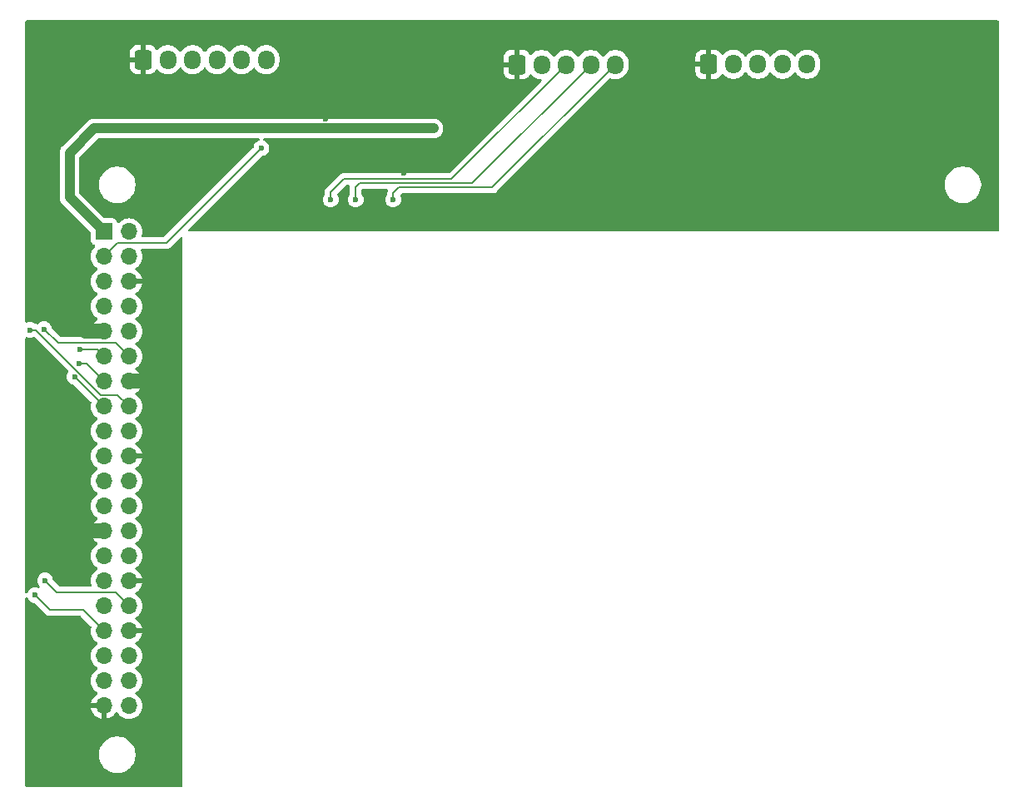
<source format=gbl>
%TF.GenerationSoftware,KiCad,Pcbnew,8.0.1*%
%TF.CreationDate,2024-06-27T20:22:44+09:00*%
%TF.ProjectId,GPIO_board,4750494f-5f62-46f6-9172-642e6b696361,rev?*%
%TF.SameCoordinates,Original*%
%TF.FileFunction,Copper,L2,Bot*%
%TF.FilePolarity,Positive*%
%FSLAX46Y46*%
G04 Gerber Fmt 4.6, Leading zero omitted, Abs format (unit mm)*
G04 Created by KiCad (PCBNEW 8.0.1) date 2024-06-27 20:22:44*
%MOMM*%
%LPD*%
G01*
G04 APERTURE LIST*
G04 Aperture macros list*
%AMRoundRect*
0 Rectangle with rounded corners*
0 $1 Rounding radius*
0 $2 $3 $4 $5 $6 $7 $8 $9 X,Y pos of 4 corners*
0 Add a 4 corners polygon primitive as box body*
4,1,4,$2,$3,$4,$5,$6,$7,$8,$9,$2,$3,0*
0 Add four circle primitives for the rounded corners*
1,1,$1+$1,$2,$3*
1,1,$1+$1,$4,$5*
1,1,$1+$1,$6,$7*
1,1,$1+$1,$8,$9*
0 Add four rect primitives between the rounded corners*
20,1,$1+$1,$2,$3,$4,$5,0*
20,1,$1+$1,$4,$5,$6,$7,0*
20,1,$1+$1,$6,$7,$8,$9,0*
20,1,$1+$1,$8,$9,$2,$3,0*%
G04 Aperture macros list end*
%TA.AperFunction,ComponentPad*%
%ADD10RoundRect,0.250000X-0.600000X-0.725000X0.600000X-0.725000X0.600000X0.725000X-0.600000X0.725000X0*%
%TD*%
%TA.AperFunction,ComponentPad*%
%ADD11O,1.700000X1.950000*%
%TD*%
%TA.AperFunction,ComponentPad*%
%ADD12R,1.700000X1.700000*%
%TD*%
%TA.AperFunction,ComponentPad*%
%ADD13O,1.700000X1.700000*%
%TD*%
%TA.AperFunction,ViaPad*%
%ADD14C,0.600000*%
%TD*%
%TA.AperFunction,Conductor*%
%ADD15C,1.500000*%
%TD*%
%TA.AperFunction,Conductor*%
%ADD16C,0.200000*%
%TD*%
%TA.AperFunction,Conductor*%
%ADD17C,1.000000*%
%TD*%
G04 APERTURE END LIST*
D10*
%TO.P,J1,1,Pin_1*%
%TO.N,GND*%
X120000000Y-54975000D03*
D11*
%TO.P,J1,2,Pin_2*%
%TO.N,+5V*%
X122500000Y-54975000D03*
%TO.P,J1,3,Pin_3*%
%TO.N,Net-(IC1-AIN)*%
X125000000Y-54975000D03*
%TO.P,J1,4,Pin_4*%
%TO.N,Net-(IC1-BIN)*%
X127500000Y-54975000D03*
%TO.P,J1,5,Pin_5*%
%TO.N,Net-(IC1-CIN)*%
X130000000Y-54975000D03*
%TD*%
D10*
%TO.P,J3,1,Pin_1*%
%TO.N,GND*%
X62500000Y-54500000D03*
D11*
%TO.P,J3,2,Pin_2*%
%TO.N,DIR_RIGHT*%
X65000000Y-54500000D03*
%TO.P,J3,3,Pin_3*%
%TO.N,PWM_RIGHT*%
X67500000Y-54500000D03*
%TO.P,J3,4,Pin_4*%
%TO.N,DIR_LEFT*%
X70000000Y-54500000D03*
%TO.P,J3,5,Pin_5*%
%TO.N,PWM_LEFT*%
X72500000Y-54500000D03*
%TO.P,J3,6,Pin_6*%
%TO.N,+3.3V*%
X75000000Y-54500000D03*
%TD*%
D12*
%TO.P,J4,1,Pin_1*%
%TO.N,+3.3V*%
X58500000Y-72000000D03*
D13*
%TO.P,J4,2,Pin_2*%
%TO.N,+5V*%
X61040000Y-72000000D03*
%TO.P,J4,3,Pin_3*%
%TO.N,STATE_LED*%
X58500000Y-74540000D03*
%TO.P,J4,4,Pin_4*%
%TO.N,+5V*%
X61040000Y-74540000D03*
%TO.P,J4,5,Pin_5*%
%TO.N,unconnected-(J4-Pin_5-Pad5)*%
X58500000Y-77080000D03*
%TO.P,J4,6,Pin_6*%
%TO.N,GND*%
X61040000Y-77080000D03*
%TO.P,J4,7,Pin_7*%
%TO.N,unconnected-(J4-Pin_7-Pad7)*%
X58500000Y-79620000D03*
%TO.P,J4,8,Pin_8*%
%TO.N,unconnected-(J4-Pin_8-Pad8)*%
X61040000Y-79620000D03*
%TO.P,J4,9,Pin_9*%
%TO.N,GND*%
X58500000Y-82160000D03*
%TO.P,J4,10,Pin_10*%
%TO.N,unconnected-(J4-Pin_10-Pad10)*%
X61040000Y-82160000D03*
%TO.P,J4,11,Pin_11*%
%TO.N,enc_R_A*%
X58500000Y-84700000D03*
%TO.P,J4,12,Pin_12*%
%TO.N,DIR_LEFT*%
X61040000Y-84700000D03*
%TO.P,J4,13,Pin_13*%
%TO.N,enc_R_B*%
X58500000Y-87240000D03*
%TO.P,J4,14,Pin_14*%
%TO.N,GND*%
X61040000Y-87240000D03*
%TO.P,J4,15,Pin_15*%
%TO.N,enc_R_Z*%
X58500000Y-89780000D03*
%TO.P,J4,16,Pin_16*%
%TO.N,DIR_RIGHT*%
X61040000Y-89780000D03*
%TO.P,J4,17,Pin_17*%
%TO.N,+3.3V*%
X58500000Y-92320000D03*
%TO.P,J4,18,Pin_18*%
%TO.N,unconnected-(J4-Pin_18-Pad18)*%
X61040000Y-92320000D03*
%TO.P,J4,19,Pin_19*%
%TO.N,unconnected-(J4-Pin_19-Pad19)*%
X58500000Y-94860000D03*
%TO.P,J4,20,Pin_20*%
%TO.N,GND*%
X61040000Y-94860000D03*
%TO.P,J4,21,Pin_21*%
%TO.N,unconnected-(J4-Pin_21-Pad21)*%
X58500000Y-97400000D03*
%TO.P,J4,22,Pin_22*%
%TO.N,unconnected-(J4-Pin_22-Pad22)*%
X61040000Y-97400000D03*
%TO.P,J4,23,Pin_23*%
%TO.N,unconnected-(J4-Pin_23-Pad23)*%
X58500000Y-99940000D03*
%TO.P,J4,24,Pin_24*%
%TO.N,unconnected-(J4-Pin_24-Pad24)*%
X61040000Y-99940000D03*
%TO.P,J4,25,Pin_25*%
%TO.N,GND*%
X58500000Y-102480000D03*
%TO.P,J4,26,Pin_26*%
%TO.N,unconnected-(J4-Pin_26-Pad26)*%
X61040000Y-102480000D03*
%TO.P,J4,27,Pin_27*%
%TO.N,unconnected-(J4-Pin_27-Pad27)*%
X58500000Y-105020000D03*
%TO.P,J4,28,Pin_28*%
%TO.N,unconnected-(J4-Pin_28-Pad28)*%
X61040000Y-105020000D03*
%TO.P,J4,29,Pin_29*%
%TO.N,unconnected-(J4-Pin_29-Pad29)*%
X58500000Y-107560000D03*
%TO.P,J4,30,Pin_30*%
%TO.N,GND*%
X61040000Y-107560000D03*
%TO.P,J4,31,Pin_31*%
%TO.N,unconnected-(J4-Pin_31-Pad31)*%
X58500000Y-110100000D03*
%TO.P,J4,32,Pin_32*%
%TO.N,PWM_LEFT*%
X61040000Y-110100000D03*
%TO.P,J4,33,Pin_33*%
%TO.N,PWM_RIGHT*%
X58500000Y-112640000D03*
%TO.P,J4,34,Pin_34*%
%TO.N,GND*%
X61040000Y-112640000D03*
%TO.P,J4,35,Pin_35*%
%TO.N,unconnected-(J4-Pin_35-Pad35)*%
X58500000Y-115180000D03*
%TO.P,J4,36,Pin_36*%
%TO.N,enc_L_A*%
X61040000Y-115180000D03*
%TO.P,J4,37,Pin_37*%
%TO.N,unconnected-(J4-Pin_37-Pad37)*%
X58500000Y-117720000D03*
%TO.P,J4,38,Pin_38*%
%TO.N,enc_L_B*%
X61040000Y-117720000D03*
%TO.P,J4,39,Pin_39*%
%TO.N,GND*%
X58500000Y-120260000D03*
%TO.P,J4,40,Pin_40*%
%TO.N,enc_L_Z*%
X61040000Y-120260000D03*
%TD*%
D10*
%TO.P,J2,1,Pin_1*%
%TO.N,GND*%
X100500000Y-55000000D03*
D11*
%TO.P,J2,2,Pin_2*%
%TO.N,+5V*%
X103000000Y-55000000D03*
%TO.P,J2,3,Pin_3*%
%TO.N,Net-(IC1-DIN)*%
X105500000Y-55000000D03*
%TO.P,J2,4,Pin_4*%
%TO.N,Net-(IC1-EIN)*%
X108000000Y-55000000D03*
%TO.P,J2,5,Pin_5*%
%TO.N,Net-(IC1-FIN)*%
X110500000Y-55000000D03*
%TD*%
D14*
%TO.N,GND*%
X55500000Y-89000000D03*
X56500000Y-107000000D03*
X56000000Y-95000000D03*
%TO.N,enc_R_A*%
X56025000Y-83975000D03*
%TO.N,enc_R_B*%
X55950000Y-85468856D03*
%TO.N,enc_R_Z*%
X55500000Y-86780000D03*
%TO.N,STATE_LED*%
X74500000Y-63500000D03*
%TO.N,Net-(IC1-FIN)*%
X87905000Y-68725000D03*
%TO.N,Net-(IC1-EIN)*%
X84095000Y-68725000D03*
%TO.N,Net-(IC1-DIN)*%
X81555000Y-68725000D03*
%TO.N,DIR_RIGHT*%
X51000000Y-82000000D03*
%TO.N,DIR_LEFT*%
X52400000Y-81919101D03*
%TO.N,PWM_LEFT*%
X52500000Y-107500000D03*
%TO.N,PWM_RIGHT*%
X51500000Y-109000000D03*
%TO.N,GND*%
X52000000Y-57500000D03*
X97000000Y-61000000D03*
X109000000Y-65500000D03*
X92500000Y-57000000D03*
X94500000Y-71000000D03*
X64500000Y-84000000D03*
X116500000Y-63000000D03*
X129500000Y-68000000D03*
X56000000Y-120500000D03*
X79000000Y-56000000D03*
X125500000Y-62500000D03*
X87500000Y-53500000D03*
X121000000Y-71500000D03*
X148000000Y-52000000D03*
X86500000Y-70000000D03*
X65000000Y-111500000D03*
X64500000Y-80500000D03*
X53500000Y-128000000D03*
X122500000Y-66000000D03*
X64000000Y-95000000D03*
X65500000Y-52000000D03*
X133000000Y-60500000D03*
X64500000Y-68500000D03*
X136000000Y-52000000D03*
X71500000Y-59500000D03*
X52500000Y-52000000D03*
X115500000Y-56000000D03*
X71500000Y-63000000D03*
X137000000Y-66000000D03*
X118000000Y-60500000D03*
X89500000Y-56500000D03*
X81000000Y-60500000D03*
X140500000Y-60500000D03*
X148000000Y-56500000D03*
X99000000Y-57000000D03*
X53500000Y-118500000D03*
X89000000Y-66000000D03*
X107500000Y-61000000D03*
X77500000Y-69500000D03*
X65000000Y-63500000D03*
%TO.N,+3.3V*%
X92000000Y-61500000D03*
X75000000Y-61500000D03*
%TD*%
D15*
%TO.N,GND*%
X62260000Y-87240000D02*
X62500000Y-87000000D01*
X61040000Y-87240000D02*
X62260000Y-87240000D01*
D16*
%TO.N,enc_R_Z*%
X58500000Y-89780000D02*
X55500000Y-86780000D01*
%TO.N,DIR_RIGHT*%
X51568529Y-82000000D02*
X51000000Y-82000000D01*
X59890000Y-88630000D02*
X58198529Y-88630000D01*
X61040000Y-89780000D02*
X59890000Y-88630000D01*
X58198529Y-88630000D02*
X51568529Y-82000000D01*
%TO.N,enc_R_B*%
X56728856Y-85468856D02*
X55950000Y-85468856D01*
X58500000Y-87240000D02*
X56728856Y-85468856D01*
D15*
%TO.N,GND*%
X56520000Y-102480000D02*
X56500000Y-102500000D01*
X58500000Y-102480000D02*
X56520000Y-102480000D01*
D16*
%TO.N,STATE_LED*%
X59890000Y-73150000D02*
X64850000Y-73150000D01*
X58500000Y-74540000D02*
X59890000Y-73150000D01*
X64850000Y-73150000D02*
X74500000Y-63500000D01*
%TO.N,Net-(IC1-EIN)*%
X84500000Y-67050000D02*
X95950000Y-67050000D01*
X95950000Y-67050000D02*
X108000000Y-55000000D01*
X84095000Y-68725000D02*
X84095000Y-67455000D01*
X84095000Y-67455000D02*
X84500000Y-67050000D01*
%TO.N,Net-(IC1-FIN)*%
X98000000Y-67500000D02*
X88500000Y-67500000D01*
X110500000Y-55000000D02*
X98000000Y-67500000D01*
X88500000Y-67500000D02*
X87905000Y-68095000D01*
X87905000Y-68095000D02*
X87905000Y-68725000D01*
%TO.N,Net-(IC1-DIN)*%
X81500000Y-68670000D02*
X81555000Y-68725000D01*
X81500000Y-68000000D02*
X81500000Y-68670000D01*
%TO.N,DIR_LEFT*%
X52400000Y-81919101D02*
X52419101Y-81919101D01*
X52419101Y-81919101D02*
X53810000Y-83310000D01*
D15*
%TO.N,GND*%
X58500000Y-82160000D02*
X56660000Y-82160000D01*
X56660000Y-82160000D02*
X56500000Y-82000000D01*
D17*
%TO.N,+3.3V*%
X58500000Y-72000000D02*
X55000000Y-68500000D01*
X55000000Y-64000000D02*
X57500000Y-61500000D01*
X57500000Y-61500000D02*
X92000000Y-61500000D01*
X55000000Y-68500000D02*
X55000000Y-64000000D01*
D16*
%TO.N,Net-(IC1-DIN)*%
X81500000Y-68000000D02*
X82850000Y-66650000D01*
X93850000Y-66650000D02*
X105500000Y-55000000D01*
X82850000Y-66650000D02*
X93850000Y-66650000D01*
%TO.N,enc_R_A*%
X56050000Y-84000000D02*
X57800000Y-84000000D01*
X57800000Y-84000000D02*
X58500000Y-84700000D01*
%TO.N,PWM_LEFT*%
X52500000Y-107500000D02*
X53710000Y-108710000D01*
X59650000Y-108710000D02*
X61040000Y-110100000D01*
X53710000Y-108710000D02*
X59650000Y-108710000D01*
%TO.N,PWM_RIGHT*%
X51500000Y-109000000D02*
X53000000Y-110500000D01*
X53000000Y-110500000D02*
X56360000Y-110500000D01*
X56360000Y-110500000D02*
X58500000Y-112640000D01*
%TO.N,DIR_LEFT*%
X59650000Y-83310000D02*
X61040000Y-84700000D01*
X53810000Y-83310000D02*
X59650000Y-83310000D01*
%TD*%
%TA.AperFunction,Conductor*%
%TO.N,GND*%
G36*
X66418834Y-72532914D02*
G01*
X66474767Y-72574786D01*
X66499184Y-72640250D01*
X66499500Y-72649096D01*
X66499500Y-128375500D01*
X66479815Y-128442539D01*
X66427011Y-128488294D01*
X66375500Y-128499500D01*
X50624500Y-128499500D01*
X50557461Y-128479815D01*
X50511706Y-128427011D01*
X50500500Y-128375500D01*
X50500500Y-125351288D01*
X57999500Y-125351288D01*
X58031161Y-125591785D01*
X58093947Y-125826104D01*
X58186773Y-126050205D01*
X58186776Y-126050212D01*
X58308064Y-126260289D01*
X58308066Y-126260292D01*
X58308067Y-126260293D01*
X58455733Y-126452736D01*
X58455739Y-126452743D01*
X58627256Y-126624260D01*
X58627262Y-126624265D01*
X58819711Y-126771936D01*
X59029788Y-126893224D01*
X59253900Y-126986054D01*
X59488211Y-127048838D01*
X59668586Y-127072584D01*
X59728711Y-127080500D01*
X59728712Y-127080500D01*
X59971289Y-127080500D01*
X60019388Y-127074167D01*
X60211789Y-127048838D01*
X60446100Y-126986054D01*
X60670212Y-126893224D01*
X60880289Y-126771936D01*
X61072738Y-126624265D01*
X61244265Y-126452738D01*
X61391936Y-126260289D01*
X61513224Y-126050212D01*
X61606054Y-125826100D01*
X61668838Y-125591789D01*
X61700500Y-125351288D01*
X61700500Y-125108712D01*
X61668838Y-124868211D01*
X61606054Y-124633900D01*
X61513224Y-124409788D01*
X61391936Y-124199711D01*
X61244265Y-124007262D01*
X61244260Y-124007256D01*
X61072743Y-123835739D01*
X61072736Y-123835733D01*
X60880293Y-123688067D01*
X60880292Y-123688066D01*
X60880289Y-123688064D01*
X60670212Y-123566776D01*
X60670205Y-123566773D01*
X60446104Y-123473947D01*
X60211785Y-123411161D01*
X59971289Y-123379500D01*
X59971288Y-123379500D01*
X59728712Y-123379500D01*
X59728711Y-123379500D01*
X59488214Y-123411161D01*
X59253895Y-123473947D01*
X59029794Y-123566773D01*
X59029785Y-123566777D01*
X58819706Y-123688067D01*
X58627263Y-123835733D01*
X58627256Y-123835739D01*
X58455739Y-124007256D01*
X58455733Y-124007263D01*
X58308067Y-124199706D01*
X58186777Y-124409785D01*
X58186773Y-124409794D01*
X58093947Y-124633895D01*
X58031161Y-124868214D01*
X57999500Y-125108711D01*
X57999500Y-125351288D01*
X50500500Y-125351288D01*
X50500500Y-109297114D01*
X50520185Y-109230075D01*
X50572989Y-109184320D01*
X50642147Y-109174376D01*
X50705703Y-109203401D01*
X50741542Y-109256160D01*
X50774210Y-109349521D01*
X50819858Y-109422169D01*
X50870184Y-109502262D01*
X50997738Y-109629816D01*
X51150478Y-109725789D01*
X51320745Y-109785368D01*
X51407669Y-109795161D01*
X51472080Y-109822226D01*
X51481465Y-109830700D01*
X52515139Y-110864374D01*
X52515149Y-110864385D01*
X52519479Y-110868715D01*
X52519480Y-110868716D01*
X52631284Y-110980520D01*
X52631286Y-110980521D01*
X52631290Y-110980524D01*
X52768209Y-111059573D01*
X52768216Y-111059577D01*
X52880019Y-111089534D01*
X52920942Y-111100500D01*
X52920943Y-111100500D01*
X56059903Y-111100500D01*
X56126942Y-111120185D01*
X56147584Y-111136819D01*
X57167233Y-112156468D01*
X57200718Y-112217791D01*
X57199327Y-112276241D01*
X57164939Y-112404583D01*
X57164936Y-112404596D01*
X57144341Y-112639999D01*
X57144341Y-112640000D01*
X57164936Y-112875403D01*
X57164938Y-112875413D01*
X57226094Y-113103655D01*
X57226096Y-113103659D01*
X57226097Y-113103663D01*
X57309155Y-113281781D01*
X57325965Y-113317830D01*
X57325967Y-113317834D01*
X57434281Y-113472521D01*
X57461501Y-113511396D01*
X57461506Y-113511402D01*
X57628597Y-113678493D01*
X57628603Y-113678498D01*
X57814158Y-113808425D01*
X57857783Y-113863002D01*
X57864977Y-113932500D01*
X57833454Y-113994855D01*
X57814158Y-114011575D01*
X57628597Y-114141505D01*
X57461505Y-114308597D01*
X57325965Y-114502169D01*
X57325964Y-114502171D01*
X57226098Y-114716335D01*
X57226094Y-114716344D01*
X57164938Y-114944586D01*
X57164936Y-114944596D01*
X57144341Y-115179999D01*
X57144341Y-115180000D01*
X57164936Y-115415403D01*
X57164938Y-115415413D01*
X57226094Y-115643655D01*
X57226096Y-115643659D01*
X57226097Y-115643663D01*
X57230000Y-115652032D01*
X57325965Y-115857830D01*
X57325967Y-115857834D01*
X57434281Y-116012521D01*
X57461501Y-116051396D01*
X57461506Y-116051402D01*
X57628597Y-116218493D01*
X57628603Y-116218498D01*
X57814158Y-116348425D01*
X57857783Y-116403002D01*
X57864977Y-116472500D01*
X57833454Y-116534855D01*
X57814158Y-116551575D01*
X57628597Y-116681505D01*
X57461505Y-116848597D01*
X57325965Y-117042169D01*
X57325964Y-117042171D01*
X57226098Y-117256335D01*
X57226094Y-117256344D01*
X57164938Y-117484586D01*
X57164936Y-117484596D01*
X57144341Y-117719999D01*
X57144341Y-117720000D01*
X57164936Y-117955403D01*
X57164938Y-117955413D01*
X57226094Y-118183655D01*
X57226096Y-118183659D01*
X57226097Y-118183663D01*
X57230000Y-118192032D01*
X57325965Y-118397830D01*
X57325967Y-118397834D01*
X57434281Y-118552521D01*
X57461501Y-118591396D01*
X57461506Y-118591402D01*
X57628597Y-118758493D01*
X57628603Y-118758498D01*
X57814594Y-118888730D01*
X57858219Y-118943307D01*
X57865413Y-119012805D01*
X57833890Y-119075160D01*
X57814595Y-119091880D01*
X57628922Y-119221890D01*
X57628920Y-119221891D01*
X57461891Y-119388920D01*
X57461886Y-119388926D01*
X57326400Y-119582420D01*
X57326399Y-119582422D01*
X57226570Y-119796507D01*
X57226567Y-119796513D01*
X57169364Y-120009999D01*
X57169364Y-120010000D01*
X58066988Y-120010000D01*
X58034075Y-120067007D01*
X58000000Y-120194174D01*
X58000000Y-120325826D01*
X58034075Y-120452993D01*
X58066988Y-120510000D01*
X57169364Y-120510000D01*
X57226567Y-120723486D01*
X57226570Y-120723492D01*
X57326399Y-120937578D01*
X57461894Y-121131082D01*
X57628917Y-121298105D01*
X57822421Y-121433600D01*
X58036507Y-121533429D01*
X58036516Y-121533433D01*
X58250000Y-121590634D01*
X58250000Y-120693012D01*
X58307007Y-120725925D01*
X58434174Y-120760000D01*
X58565826Y-120760000D01*
X58692993Y-120725925D01*
X58750000Y-120693012D01*
X58750000Y-121590633D01*
X58963483Y-121533433D01*
X58963492Y-121533429D01*
X59177578Y-121433600D01*
X59371082Y-121298105D01*
X59538105Y-121131082D01*
X59668119Y-120945405D01*
X59722696Y-120901781D01*
X59792195Y-120894588D01*
X59854549Y-120926110D01*
X59871269Y-120945405D01*
X60001505Y-121131401D01*
X60168599Y-121298495D01*
X60265384Y-121366265D01*
X60362165Y-121434032D01*
X60362167Y-121434033D01*
X60362170Y-121434035D01*
X60576337Y-121533903D01*
X60804592Y-121595063D01*
X60992918Y-121611539D01*
X61039999Y-121615659D01*
X61040000Y-121615659D01*
X61040001Y-121615659D01*
X61079234Y-121612226D01*
X61275408Y-121595063D01*
X61503663Y-121533903D01*
X61717830Y-121434035D01*
X61911401Y-121298495D01*
X62078495Y-121131401D01*
X62214035Y-120937830D01*
X62313903Y-120723663D01*
X62375063Y-120495408D01*
X62395659Y-120260000D01*
X62375063Y-120024592D01*
X62313903Y-119796337D01*
X62214035Y-119582171D01*
X62208731Y-119574595D01*
X62078494Y-119388597D01*
X61911402Y-119221506D01*
X61911396Y-119221501D01*
X61725842Y-119091575D01*
X61682217Y-119036998D01*
X61675023Y-118967500D01*
X61706546Y-118905145D01*
X61725842Y-118888425D01*
X61748026Y-118872891D01*
X61911401Y-118758495D01*
X62078495Y-118591401D01*
X62214035Y-118397830D01*
X62313903Y-118183663D01*
X62375063Y-117955408D01*
X62395659Y-117720000D01*
X62375063Y-117484592D01*
X62313903Y-117256337D01*
X62214035Y-117042171D01*
X62208425Y-117034158D01*
X62078494Y-116848597D01*
X61911402Y-116681506D01*
X61911396Y-116681501D01*
X61725842Y-116551575D01*
X61682217Y-116496998D01*
X61675023Y-116427500D01*
X61706546Y-116365145D01*
X61725842Y-116348425D01*
X61748026Y-116332891D01*
X61911401Y-116218495D01*
X62078495Y-116051401D01*
X62214035Y-115857830D01*
X62313903Y-115643663D01*
X62375063Y-115415408D01*
X62395659Y-115180000D01*
X62375063Y-114944592D01*
X62313903Y-114716337D01*
X62214035Y-114502171D01*
X62208425Y-114494158D01*
X62078494Y-114308597D01*
X61911402Y-114141506D01*
X61911401Y-114141505D01*
X61725405Y-114011269D01*
X61681781Y-113956692D01*
X61674588Y-113887193D01*
X61706110Y-113824839D01*
X61725405Y-113808119D01*
X61911082Y-113678105D01*
X62078105Y-113511082D01*
X62213600Y-113317578D01*
X62313429Y-113103492D01*
X62313432Y-113103486D01*
X62370636Y-112890000D01*
X61473012Y-112890000D01*
X61505925Y-112832993D01*
X61540000Y-112705826D01*
X61540000Y-112574174D01*
X61505925Y-112447007D01*
X61473012Y-112390000D01*
X62370636Y-112390000D01*
X62370635Y-112389999D01*
X62313432Y-112176513D01*
X62313429Y-112176507D01*
X62213600Y-111962422D01*
X62213599Y-111962420D01*
X62078113Y-111768926D01*
X62078108Y-111768920D01*
X61911078Y-111601890D01*
X61725405Y-111471879D01*
X61681780Y-111417302D01*
X61674588Y-111347804D01*
X61706110Y-111285449D01*
X61725406Y-111268730D01*
X61725842Y-111268425D01*
X61911401Y-111138495D01*
X62078495Y-110971401D01*
X62214035Y-110777830D01*
X62313903Y-110563663D01*
X62375063Y-110335408D01*
X62395659Y-110100000D01*
X62375063Y-109864592D01*
X62313903Y-109636337D01*
X62214035Y-109422171D01*
X62163166Y-109349521D01*
X62078494Y-109228597D01*
X61911402Y-109061506D01*
X61911401Y-109061505D01*
X61725405Y-108931269D01*
X61681781Y-108876692D01*
X61674588Y-108807193D01*
X61706110Y-108744839D01*
X61725405Y-108728119D01*
X61911082Y-108598105D01*
X62078105Y-108431082D01*
X62213600Y-108237578D01*
X62313429Y-108023492D01*
X62313432Y-108023486D01*
X62370636Y-107810000D01*
X61473012Y-107810000D01*
X61505925Y-107752993D01*
X61540000Y-107625826D01*
X61540000Y-107494174D01*
X61505925Y-107367007D01*
X61473012Y-107310000D01*
X62370636Y-107310000D01*
X62370635Y-107309999D01*
X62313432Y-107096513D01*
X62313429Y-107096507D01*
X62213600Y-106882422D01*
X62213599Y-106882420D01*
X62078113Y-106688926D01*
X62078108Y-106688920D01*
X61911078Y-106521890D01*
X61725405Y-106391879D01*
X61681780Y-106337302D01*
X61674588Y-106267804D01*
X61706110Y-106205449D01*
X61725406Y-106188730D01*
X61725842Y-106188425D01*
X61911401Y-106058495D01*
X62078495Y-105891401D01*
X62214035Y-105697830D01*
X62313903Y-105483663D01*
X62375063Y-105255408D01*
X62395659Y-105020000D01*
X62375063Y-104784592D01*
X62313903Y-104556337D01*
X62214035Y-104342171D01*
X62208425Y-104334158D01*
X62078494Y-104148597D01*
X61911402Y-103981506D01*
X61911396Y-103981501D01*
X61725842Y-103851575D01*
X61682217Y-103796998D01*
X61675023Y-103727500D01*
X61706546Y-103665145D01*
X61725842Y-103648425D01*
X61748026Y-103632891D01*
X61911401Y-103518495D01*
X62078495Y-103351401D01*
X62214035Y-103157830D01*
X62313903Y-102943663D01*
X62375063Y-102715408D01*
X62395659Y-102480000D01*
X62375063Y-102244592D01*
X62313903Y-102016337D01*
X62214035Y-101802171D01*
X62208731Y-101794595D01*
X62078494Y-101608597D01*
X61911402Y-101441506D01*
X61911396Y-101441501D01*
X61725842Y-101311575D01*
X61682217Y-101256998D01*
X61675023Y-101187500D01*
X61706546Y-101125145D01*
X61725842Y-101108425D01*
X61748026Y-101092891D01*
X61911401Y-100978495D01*
X62078495Y-100811401D01*
X62214035Y-100617830D01*
X62313903Y-100403663D01*
X62375063Y-100175408D01*
X62395659Y-99940000D01*
X62375063Y-99704592D01*
X62313903Y-99476337D01*
X62214035Y-99262171D01*
X62208425Y-99254158D01*
X62078494Y-99068597D01*
X61911402Y-98901506D01*
X61911396Y-98901501D01*
X61725842Y-98771575D01*
X61682217Y-98716998D01*
X61675023Y-98647500D01*
X61706546Y-98585145D01*
X61725842Y-98568425D01*
X61748026Y-98552891D01*
X61911401Y-98438495D01*
X62078495Y-98271401D01*
X62214035Y-98077830D01*
X62313903Y-97863663D01*
X62375063Y-97635408D01*
X62395659Y-97400000D01*
X62375063Y-97164592D01*
X62313903Y-96936337D01*
X62214035Y-96722171D01*
X62208425Y-96714158D01*
X62078494Y-96528597D01*
X61911402Y-96361506D01*
X61911401Y-96361505D01*
X61725405Y-96231269D01*
X61681781Y-96176692D01*
X61674588Y-96107193D01*
X61706110Y-96044839D01*
X61725405Y-96028119D01*
X61911082Y-95898105D01*
X62078105Y-95731082D01*
X62213600Y-95537578D01*
X62313429Y-95323492D01*
X62313432Y-95323486D01*
X62370636Y-95110000D01*
X61473012Y-95110000D01*
X61505925Y-95052993D01*
X61540000Y-94925826D01*
X61540000Y-94794174D01*
X61505925Y-94667007D01*
X61473012Y-94610000D01*
X62370636Y-94610000D01*
X62370635Y-94609999D01*
X62313432Y-94396513D01*
X62313429Y-94396507D01*
X62213600Y-94182422D01*
X62213599Y-94182420D01*
X62078113Y-93988926D01*
X62078108Y-93988920D01*
X61911078Y-93821890D01*
X61725405Y-93691879D01*
X61681780Y-93637302D01*
X61674588Y-93567804D01*
X61706110Y-93505449D01*
X61725406Y-93488730D01*
X61725842Y-93488425D01*
X61911401Y-93358495D01*
X62078495Y-93191401D01*
X62214035Y-92997830D01*
X62313903Y-92783663D01*
X62375063Y-92555408D01*
X62395659Y-92320000D01*
X62375063Y-92084592D01*
X62313903Y-91856337D01*
X62214035Y-91642171D01*
X62208425Y-91634158D01*
X62078494Y-91448597D01*
X61911402Y-91281506D01*
X61911396Y-91281501D01*
X61725842Y-91151575D01*
X61682217Y-91096998D01*
X61675023Y-91027500D01*
X61706546Y-90965145D01*
X61725842Y-90948425D01*
X61748026Y-90932891D01*
X61911401Y-90818495D01*
X62078495Y-90651401D01*
X62214035Y-90457830D01*
X62313903Y-90243663D01*
X62375063Y-90015408D01*
X62395659Y-89780000D01*
X62375063Y-89544592D01*
X62313903Y-89316337D01*
X62214035Y-89102171D01*
X62078495Y-88908599D01*
X62078494Y-88908597D01*
X61911402Y-88741506D01*
X61911401Y-88741505D01*
X61725405Y-88611269D01*
X61681781Y-88556692D01*
X61674588Y-88487193D01*
X61706110Y-88424839D01*
X61725405Y-88408119D01*
X61911082Y-88278105D01*
X62078105Y-88111082D01*
X62213600Y-87917578D01*
X62313429Y-87703492D01*
X62313432Y-87703486D01*
X62370636Y-87490000D01*
X61473012Y-87490000D01*
X61505925Y-87432993D01*
X61540000Y-87305826D01*
X61540000Y-87174174D01*
X61505925Y-87047007D01*
X61473012Y-86990000D01*
X62370636Y-86990000D01*
X62370635Y-86989999D01*
X62313432Y-86776513D01*
X62313429Y-86776507D01*
X62213600Y-86562422D01*
X62213599Y-86562420D01*
X62078113Y-86368926D01*
X62078108Y-86368920D01*
X61911078Y-86201890D01*
X61725405Y-86071879D01*
X61681780Y-86017302D01*
X61674588Y-85947804D01*
X61706110Y-85885449D01*
X61725406Y-85868730D01*
X61725842Y-85868425D01*
X61911401Y-85738495D01*
X62078495Y-85571401D01*
X62214035Y-85377830D01*
X62313903Y-85163663D01*
X62375063Y-84935408D01*
X62395659Y-84700000D01*
X62375063Y-84464592D01*
X62313903Y-84236337D01*
X62214035Y-84022171D01*
X62212947Y-84020616D01*
X62078494Y-83828597D01*
X61911402Y-83661506D01*
X61911396Y-83661501D01*
X61725842Y-83531575D01*
X61682217Y-83476998D01*
X61675023Y-83407500D01*
X61706546Y-83345145D01*
X61725842Y-83328425D01*
X61748026Y-83312891D01*
X61911401Y-83198495D01*
X62078495Y-83031401D01*
X62214035Y-82837830D01*
X62313903Y-82623663D01*
X62375063Y-82395408D01*
X62395659Y-82160000D01*
X62375063Y-81924592D01*
X62313903Y-81696337D01*
X62214035Y-81482171D01*
X62208731Y-81474595D01*
X62078494Y-81288597D01*
X61911402Y-81121506D01*
X61911396Y-81121501D01*
X61725842Y-80991575D01*
X61682217Y-80936998D01*
X61675023Y-80867500D01*
X61706546Y-80805145D01*
X61725842Y-80788425D01*
X61748026Y-80772891D01*
X61911401Y-80658495D01*
X62078495Y-80491401D01*
X62214035Y-80297830D01*
X62313903Y-80083663D01*
X62375063Y-79855408D01*
X62395659Y-79620000D01*
X62375063Y-79384592D01*
X62313903Y-79156337D01*
X62214035Y-78942171D01*
X62208425Y-78934158D01*
X62078494Y-78748597D01*
X61911402Y-78581506D01*
X61911401Y-78581505D01*
X61725405Y-78451269D01*
X61681781Y-78396692D01*
X61674588Y-78327193D01*
X61706110Y-78264839D01*
X61725405Y-78248119D01*
X61911082Y-78118105D01*
X62078105Y-77951082D01*
X62213600Y-77757578D01*
X62313429Y-77543492D01*
X62313432Y-77543486D01*
X62370636Y-77330000D01*
X61473012Y-77330000D01*
X61505925Y-77272993D01*
X61540000Y-77145826D01*
X61540000Y-77014174D01*
X61505925Y-76887007D01*
X61473012Y-76830000D01*
X62370636Y-76830000D01*
X62370635Y-76829999D01*
X62313432Y-76616513D01*
X62313429Y-76616507D01*
X62213600Y-76402422D01*
X62213599Y-76402420D01*
X62078113Y-76208926D01*
X62078108Y-76208920D01*
X61911078Y-76041890D01*
X61725405Y-75911879D01*
X61681780Y-75857302D01*
X61674588Y-75787804D01*
X61706110Y-75725449D01*
X61725406Y-75708730D01*
X61725842Y-75708425D01*
X61911401Y-75578495D01*
X62078495Y-75411401D01*
X62214035Y-75217830D01*
X62313903Y-75003663D01*
X62375063Y-74775408D01*
X62395659Y-74540000D01*
X62375063Y-74304592D01*
X62313903Y-74076337D01*
X62244220Y-73926904D01*
X62233729Y-73857828D01*
X62262249Y-73794044D01*
X62320725Y-73755804D01*
X62356603Y-73750500D01*
X64763331Y-73750500D01*
X64763347Y-73750501D01*
X64770943Y-73750501D01*
X64929054Y-73750501D01*
X64929057Y-73750501D01*
X65081785Y-73709577D01*
X65131904Y-73680639D01*
X65218716Y-73630520D01*
X65330520Y-73518716D01*
X65330520Y-73518714D01*
X65340728Y-73508507D01*
X65340730Y-73508504D01*
X66287819Y-72561415D01*
X66349142Y-72527930D01*
X66418834Y-72532914D01*
G37*
%TD.AperFunction*%
%TA.AperFunction,Conductor*%
G36*
X51475406Y-82756112D02*
G01*
X54849208Y-86129914D01*
X54882693Y-86191237D01*
X54877709Y-86260929D01*
X54866521Y-86283567D01*
X54774211Y-86430476D01*
X54714631Y-86600745D01*
X54714630Y-86600750D01*
X54694435Y-86779996D01*
X54694435Y-86780003D01*
X54714630Y-86959249D01*
X54714631Y-86959254D01*
X54774211Y-87129523D01*
X54843629Y-87240000D01*
X54870184Y-87282262D01*
X54997738Y-87409816D01*
X55150478Y-87505789D01*
X55320745Y-87565368D01*
X55407669Y-87575161D01*
X55472080Y-87602226D01*
X55481465Y-87610700D01*
X57167233Y-89296469D01*
X57200718Y-89357792D01*
X57199327Y-89416243D01*
X57164938Y-89544586D01*
X57164936Y-89544596D01*
X57144341Y-89779999D01*
X57144341Y-89780000D01*
X57164936Y-90015403D01*
X57164938Y-90015413D01*
X57226094Y-90243655D01*
X57226096Y-90243659D01*
X57226097Y-90243663D01*
X57230000Y-90252032D01*
X57325965Y-90457830D01*
X57325967Y-90457834D01*
X57434281Y-90612521D01*
X57461501Y-90651396D01*
X57461506Y-90651402D01*
X57628597Y-90818493D01*
X57628603Y-90818498D01*
X57814158Y-90948425D01*
X57857783Y-91003002D01*
X57864977Y-91072500D01*
X57833454Y-91134855D01*
X57814158Y-91151575D01*
X57628597Y-91281505D01*
X57461505Y-91448597D01*
X57325965Y-91642169D01*
X57325964Y-91642171D01*
X57226098Y-91856335D01*
X57226094Y-91856344D01*
X57164938Y-92084586D01*
X57164936Y-92084596D01*
X57144341Y-92319999D01*
X57144341Y-92320000D01*
X57164936Y-92555403D01*
X57164938Y-92555413D01*
X57226094Y-92783655D01*
X57226096Y-92783659D01*
X57226097Y-92783663D01*
X57230000Y-92792032D01*
X57325965Y-92997830D01*
X57325967Y-92997834D01*
X57434281Y-93152521D01*
X57461501Y-93191396D01*
X57461506Y-93191402D01*
X57628597Y-93358493D01*
X57628603Y-93358498D01*
X57814158Y-93488425D01*
X57857783Y-93543002D01*
X57864977Y-93612500D01*
X57833454Y-93674855D01*
X57814158Y-93691575D01*
X57628597Y-93821505D01*
X57461505Y-93988597D01*
X57325965Y-94182169D01*
X57325964Y-94182171D01*
X57226098Y-94396335D01*
X57226094Y-94396344D01*
X57164938Y-94624586D01*
X57164936Y-94624596D01*
X57144341Y-94859999D01*
X57144341Y-94860000D01*
X57164936Y-95095403D01*
X57164938Y-95095413D01*
X57226094Y-95323655D01*
X57226096Y-95323659D01*
X57226097Y-95323663D01*
X57309155Y-95501781D01*
X57325965Y-95537830D01*
X57325967Y-95537834D01*
X57434281Y-95692521D01*
X57461501Y-95731396D01*
X57461506Y-95731402D01*
X57628597Y-95898493D01*
X57628603Y-95898498D01*
X57814158Y-96028425D01*
X57857783Y-96083002D01*
X57864977Y-96152500D01*
X57833454Y-96214855D01*
X57814158Y-96231575D01*
X57628597Y-96361505D01*
X57461505Y-96528597D01*
X57325965Y-96722169D01*
X57325964Y-96722171D01*
X57226098Y-96936335D01*
X57226094Y-96936344D01*
X57164938Y-97164586D01*
X57164936Y-97164596D01*
X57144341Y-97399999D01*
X57144341Y-97400000D01*
X57164936Y-97635403D01*
X57164938Y-97635413D01*
X57226094Y-97863655D01*
X57226096Y-97863659D01*
X57226097Y-97863663D01*
X57230000Y-97872032D01*
X57325965Y-98077830D01*
X57325967Y-98077834D01*
X57434281Y-98232521D01*
X57461501Y-98271396D01*
X57461506Y-98271402D01*
X57628597Y-98438493D01*
X57628603Y-98438498D01*
X57814158Y-98568425D01*
X57857783Y-98623002D01*
X57864977Y-98692500D01*
X57833454Y-98754855D01*
X57814158Y-98771575D01*
X57628597Y-98901505D01*
X57461505Y-99068597D01*
X57325965Y-99262169D01*
X57325964Y-99262171D01*
X57226098Y-99476335D01*
X57226094Y-99476344D01*
X57164938Y-99704586D01*
X57164936Y-99704596D01*
X57144341Y-99939999D01*
X57144341Y-99940000D01*
X57164936Y-100175403D01*
X57164938Y-100175413D01*
X57226094Y-100403655D01*
X57226096Y-100403659D01*
X57226097Y-100403663D01*
X57230000Y-100412032D01*
X57325965Y-100617830D01*
X57325967Y-100617834D01*
X57434281Y-100772521D01*
X57461501Y-100811396D01*
X57461506Y-100811402D01*
X57628597Y-100978493D01*
X57628603Y-100978498D01*
X57814594Y-101108730D01*
X57858219Y-101163307D01*
X57865413Y-101232805D01*
X57833890Y-101295160D01*
X57814595Y-101311880D01*
X57628922Y-101441890D01*
X57628920Y-101441891D01*
X57461891Y-101608920D01*
X57461886Y-101608926D01*
X57326400Y-101802420D01*
X57326399Y-101802422D01*
X57226570Y-102016507D01*
X57226567Y-102016513D01*
X57169364Y-102229999D01*
X57169364Y-102230000D01*
X58066988Y-102230000D01*
X58034075Y-102287007D01*
X58000000Y-102414174D01*
X58000000Y-102545826D01*
X58034075Y-102672993D01*
X58066988Y-102730000D01*
X57169364Y-102730000D01*
X57226567Y-102943486D01*
X57226570Y-102943492D01*
X57326399Y-103157578D01*
X57461894Y-103351082D01*
X57628917Y-103518105D01*
X57814595Y-103648119D01*
X57858219Y-103702696D01*
X57865412Y-103772195D01*
X57833890Y-103834549D01*
X57814595Y-103851269D01*
X57628594Y-103981508D01*
X57461505Y-104148597D01*
X57325965Y-104342169D01*
X57325964Y-104342171D01*
X57226098Y-104556335D01*
X57226094Y-104556344D01*
X57164938Y-104784586D01*
X57164936Y-104784596D01*
X57144341Y-105019999D01*
X57144341Y-105020000D01*
X57164936Y-105255403D01*
X57164938Y-105255413D01*
X57226094Y-105483655D01*
X57226096Y-105483659D01*
X57226097Y-105483663D01*
X57230000Y-105492032D01*
X57325965Y-105697830D01*
X57325967Y-105697834D01*
X57434281Y-105852521D01*
X57461501Y-105891396D01*
X57461506Y-105891402D01*
X57628597Y-106058493D01*
X57628603Y-106058498D01*
X57814158Y-106188425D01*
X57857783Y-106243002D01*
X57864977Y-106312500D01*
X57833454Y-106374855D01*
X57814158Y-106391575D01*
X57628597Y-106521505D01*
X57461505Y-106688597D01*
X57325965Y-106882169D01*
X57325964Y-106882171D01*
X57226098Y-107096335D01*
X57226094Y-107096344D01*
X57164938Y-107324586D01*
X57164936Y-107324596D01*
X57144341Y-107559999D01*
X57144341Y-107560000D01*
X57164936Y-107795403D01*
X57164938Y-107795413D01*
X57207272Y-107953407D01*
X57205609Y-108023257D01*
X57166446Y-108081119D01*
X57102218Y-108108623D01*
X57087497Y-108109500D01*
X54010097Y-108109500D01*
X53943058Y-108089815D01*
X53922416Y-108073181D01*
X53330700Y-107481465D01*
X53297215Y-107420142D01*
X53295163Y-107407686D01*
X53285368Y-107320745D01*
X53225789Y-107150478D01*
X53129816Y-106997738D01*
X53002262Y-106870184D01*
X52849523Y-106774211D01*
X52679254Y-106714631D01*
X52679249Y-106714630D01*
X52500004Y-106694435D01*
X52499996Y-106694435D01*
X52320750Y-106714630D01*
X52320745Y-106714631D01*
X52150476Y-106774211D01*
X51997737Y-106870184D01*
X51870184Y-106997737D01*
X51774211Y-107150476D01*
X51714631Y-107320745D01*
X51714630Y-107320750D01*
X51694435Y-107499996D01*
X51694435Y-107500003D01*
X51714630Y-107679249D01*
X51714631Y-107679254D01*
X51774211Y-107849523D01*
X51870184Y-108002262D01*
X51915476Y-108047554D01*
X51948961Y-108108877D01*
X51943977Y-108178569D01*
X51902105Y-108234502D01*
X51836641Y-108258919D01*
X51786841Y-108252277D01*
X51679257Y-108214632D01*
X51679249Y-108214630D01*
X51500004Y-108194435D01*
X51499996Y-108194435D01*
X51320750Y-108214630D01*
X51320745Y-108214631D01*
X51150476Y-108274211D01*
X50997737Y-108370184D01*
X50870184Y-108497737D01*
X50774209Y-108650480D01*
X50741541Y-108743840D01*
X50700820Y-108800616D01*
X50635867Y-108826363D01*
X50567305Y-108812907D01*
X50516903Y-108764519D01*
X50500500Y-108702885D01*
X50500500Y-82848071D01*
X50520185Y-82781032D01*
X50572989Y-82735277D01*
X50642147Y-82725333D01*
X50665455Y-82731030D01*
X50820737Y-82785366D01*
X50820743Y-82785367D01*
X50820745Y-82785368D01*
X50820746Y-82785368D01*
X50820750Y-82785369D01*
X50999996Y-82805565D01*
X51000000Y-82805565D01*
X51000004Y-82805565D01*
X51179249Y-82785369D01*
X51179251Y-82785368D01*
X51179255Y-82785368D01*
X51179258Y-82785366D01*
X51179262Y-82785366D01*
X51346770Y-82726752D01*
X51416549Y-82723190D01*
X51475406Y-82756112D01*
G37*
%TD.AperFunction*%
%TA.AperFunction,Conductor*%
G36*
X149442539Y-50520185D02*
G01*
X149488294Y-50572989D01*
X149499500Y-50624500D01*
X149499500Y-71875500D01*
X149479815Y-71942539D01*
X149427011Y-71988294D01*
X149375500Y-71999500D01*
X67149096Y-71999500D01*
X67082057Y-71979815D01*
X67036302Y-71927011D01*
X67026358Y-71857853D01*
X67055383Y-71794297D01*
X67061415Y-71787819D01*
X70124234Y-68725000D01*
X80749435Y-68725000D01*
X80769630Y-68904249D01*
X80769631Y-68904254D01*
X80829211Y-69074523D01*
X80868960Y-69137782D01*
X80925184Y-69227262D01*
X81052738Y-69354816D01*
X81205478Y-69450789D01*
X81375745Y-69510368D01*
X81375750Y-69510369D01*
X81554996Y-69530565D01*
X81555000Y-69530565D01*
X81555004Y-69530565D01*
X81734249Y-69510369D01*
X81734252Y-69510368D01*
X81734255Y-69510368D01*
X81904522Y-69450789D01*
X82057262Y-69354816D01*
X82184816Y-69227262D01*
X82280789Y-69074522D01*
X82340368Y-68904255D01*
X82360565Y-68725000D01*
X82349215Y-68624266D01*
X82340369Y-68545750D01*
X82340368Y-68545745D01*
X82280788Y-68375476D01*
X82214922Y-68270651D01*
X82195922Y-68203414D01*
X82216290Y-68136579D01*
X82232230Y-68117003D01*
X83062416Y-67286819D01*
X83123739Y-67253334D01*
X83150097Y-67250500D01*
X83370499Y-67250500D01*
X83437538Y-67270185D01*
X83483293Y-67322989D01*
X83494499Y-67374500D01*
X83494499Y-67544046D01*
X83494500Y-67544059D01*
X83494500Y-68142587D01*
X83474815Y-68209626D01*
X83467450Y-68219896D01*
X83465186Y-68222734D01*
X83369211Y-68375476D01*
X83309631Y-68545745D01*
X83309630Y-68545750D01*
X83289435Y-68724996D01*
X83289435Y-68725000D01*
X83309630Y-68904249D01*
X83309631Y-68904254D01*
X83369211Y-69074523D01*
X83408960Y-69137782D01*
X83465184Y-69227262D01*
X83592738Y-69354816D01*
X83745478Y-69450789D01*
X83915745Y-69510368D01*
X83915750Y-69510369D01*
X84094996Y-69530565D01*
X84095000Y-69530565D01*
X84095004Y-69530565D01*
X84274249Y-69510369D01*
X84274252Y-69510368D01*
X84274255Y-69510368D01*
X84444522Y-69450789D01*
X84597262Y-69354816D01*
X84724816Y-69227262D01*
X84820789Y-69074522D01*
X84880368Y-68904255D01*
X84900565Y-68725000D01*
X84889215Y-68624266D01*
X84880369Y-68545750D01*
X84880368Y-68545745D01*
X84820788Y-68375476D01*
X84769505Y-68293860D01*
X84724816Y-68222738D01*
X84724814Y-68222736D01*
X84724813Y-68222734D01*
X84722550Y-68219896D01*
X84721659Y-68217715D01*
X84721111Y-68216842D01*
X84721264Y-68216745D01*
X84696144Y-68155209D01*
X84695500Y-68142587D01*
X84695500Y-67774500D01*
X84715185Y-67707461D01*
X84767989Y-67661706D01*
X84819500Y-67650500D01*
X87253460Y-67650500D01*
X87320499Y-67670185D01*
X87366254Y-67722989D01*
X87376198Y-67792147D01*
X87360846Y-67836502D01*
X87345424Y-67863212D01*
X87345423Y-67863214D01*
X87345423Y-67863215D01*
X87304499Y-68015943D01*
X87304499Y-68015945D01*
X87304499Y-68142589D01*
X87284814Y-68209628D01*
X87277445Y-68219903D01*
X87275184Y-68222737D01*
X87179211Y-68375476D01*
X87119631Y-68545745D01*
X87119630Y-68545750D01*
X87099435Y-68724996D01*
X87099435Y-68725000D01*
X87119630Y-68904249D01*
X87119631Y-68904254D01*
X87179211Y-69074523D01*
X87218960Y-69137782D01*
X87275184Y-69227262D01*
X87402738Y-69354816D01*
X87555478Y-69450789D01*
X87725745Y-69510368D01*
X87725750Y-69510369D01*
X87904996Y-69530565D01*
X87905000Y-69530565D01*
X87905004Y-69530565D01*
X88084249Y-69510369D01*
X88084252Y-69510368D01*
X88084255Y-69510368D01*
X88254522Y-69450789D01*
X88407262Y-69354816D01*
X88534816Y-69227262D01*
X88630789Y-69074522D01*
X88690368Y-68904255D01*
X88710565Y-68725000D01*
X88699215Y-68624266D01*
X88690369Y-68545750D01*
X88690368Y-68545745D01*
X88630788Y-68375475D01*
X88622805Y-68362771D01*
X88603804Y-68295535D01*
X88624171Y-68228699D01*
X88640110Y-68209123D01*
X88712417Y-68136817D01*
X88773740Y-68103334D01*
X88800097Y-68100500D01*
X97913331Y-68100500D01*
X97913347Y-68100501D01*
X97920943Y-68100501D01*
X98079054Y-68100501D01*
X98079057Y-68100501D01*
X98231785Y-68059577D01*
X98281904Y-68030639D01*
X98368716Y-67980520D01*
X98480520Y-67868716D01*
X98480520Y-67868714D01*
X98490728Y-67858507D01*
X98490729Y-67858504D01*
X98997945Y-67351288D01*
X143999500Y-67351288D01*
X144031161Y-67591785D01*
X144093947Y-67826104D01*
X144178670Y-68030642D01*
X144186776Y-68050212D01*
X144308064Y-68260289D01*
X144308066Y-68260292D01*
X144308067Y-68260293D01*
X144455733Y-68452736D01*
X144455739Y-68452743D01*
X144627256Y-68624260D01*
X144627262Y-68624265D01*
X144819711Y-68771936D01*
X145029788Y-68893224D01*
X145253900Y-68986054D01*
X145488211Y-69048838D01*
X145668586Y-69072584D01*
X145728711Y-69080500D01*
X145728712Y-69080500D01*
X145971289Y-69080500D01*
X146019388Y-69074167D01*
X146211789Y-69048838D01*
X146446100Y-68986054D01*
X146670212Y-68893224D01*
X146880289Y-68771936D01*
X147072738Y-68624265D01*
X147244265Y-68452738D01*
X147391936Y-68260289D01*
X147513224Y-68050212D01*
X147606054Y-67826100D01*
X147668838Y-67591789D01*
X147700500Y-67351288D01*
X147700500Y-67108712D01*
X147668838Y-66868211D01*
X147606054Y-66633900D01*
X147513224Y-66409788D01*
X147391936Y-66199711D01*
X147244265Y-66007262D01*
X147244260Y-66007256D01*
X147072743Y-65835739D01*
X147072736Y-65835733D01*
X146880293Y-65688067D01*
X146880292Y-65688066D01*
X146880289Y-65688064D01*
X146670212Y-65566776D01*
X146670205Y-65566773D01*
X146446104Y-65473947D01*
X146211785Y-65411161D01*
X145971289Y-65379500D01*
X145971288Y-65379500D01*
X145728712Y-65379500D01*
X145728711Y-65379500D01*
X145488214Y-65411161D01*
X145253895Y-65473947D01*
X145029794Y-65566773D01*
X145029785Y-65566777D01*
X144819706Y-65688067D01*
X144627263Y-65835733D01*
X144627256Y-65835739D01*
X144455739Y-66007256D01*
X144455733Y-66007263D01*
X144308067Y-66199706D01*
X144186777Y-66409785D01*
X144186773Y-66409794D01*
X144093947Y-66633895D01*
X144031161Y-66868214D01*
X143999500Y-67108711D01*
X143999500Y-67351288D01*
X98997945Y-67351288D01*
X109921134Y-56428100D01*
X109982455Y-56394617D01*
X110047126Y-56397851D01*
X110183757Y-56442246D01*
X110393713Y-56475500D01*
X110393714Y-56475500D01*
X110606286Y-56475500D01*
X110606287Y-56475500D01*
X110816243Y-56442246D01*
X111018412Y-56376557D01*
X111207816Y-56280051D01*
X111242230Y-56255048D01*
X111379786Y-56155109D01*
X111379788Y-56155106D01*
X111379792Y-56155104D01*
X111530104Y-56004792D01*
X111530106Y-56004788D01*
X111530109Y-56004786D01*
X111655048Y-55832820D01*
X111655047Y-55832820D01*
X111655051Y-55832816D01*
X111751557Y-55643412D01*
X111817246Y-55441243D01*
X111850500Y-55231287D01*
X111850500Y-54768713D01*
X111843576Y-54725000D01*
X118650000Y-54725000D01*
X119595854Y-54725000D01*
X119557370Y-54791657D01*
X119525000Y-54912465D01*
X119525000Y-55037535D01*
X119557370Y-55158343D01*
X119595854Y-55225000D01*
X118650001Y-55225000D01*
X118650001Y-55749986D01*
X118660494Y-55852697D01*
X118715641Y-56019119D01*
X118715643Y-56019124D01*
X118807684Y-56168345D01*
X118931654Y-56292315D01*
X119080875Y-56384356D01*
X119080880Y-56384358D01*
X119247302Y-56439505D01*
X119247309Y-56439506D01*
X119350019Y-56449999D01*
X119749999Y-56449999D01*
X119750000Y-56449998D01*
X119750000Y-55379145D01*
X119816657Y-55417630D01*
X119937465Y-55450000D01*
X120062535Y-55450000D01*
X120183343Y-55417630D01*
X120250000Y-55379145D01*
X120250000Y-56449999D01*
X120649972Y-56449999D01*
X120649986Y-56449998D01*
X120752697Y-56439505D01*
X120919119Y-56384358D01*
X120919124Y-56384356D01*
X121068345Y-56292315D01*
X121192317Y-56168343D01*
X121287815Y-56013516D01*
X121339763Y-55966791D01*
X121408725Y-55955568D01*
X121472808Y-55983412D01*
X121481035Y-55990931D01*
X121620213Y-56130109D01*
X121792179Y-56255048D01*
X121792181Y-56255049D01*
X121792184Y-56255051D01*
X121981588Y-56351557D01*
X122183757Y-56417246D01*
X122393713Y-56450500D01*
X122393714Y-56450500D01*
X122606286Y-56450500D01*
X122606287Y-56450500D01*
X122816243Y-56417246D01*
X123018412Y-56351557D01*
X123207816Y-56255051D01*
X123292748Y-56193345D01*
X123379786Y-56130109D01*
X123379788Y-56130106D01*
X123379792Y-56130104D01*
X123530104Y-55979792D01*
X123649683Y-55815204D01*
X123705011Y-55772540D01*
X123774624Y-55766561D01*
X123836420Y-55799166D01*
X123850313Y-55815199D01*
X123958790Y-55964506D01*
X123969896Y-55979792D01*
X124120213Y-56130109D01*
X124292179Y-56255048D01*
X124292181Y-56255049D01*
X124292184Y-56255051D01*
X124481588Y-56351557D01*
X124683757Y-56417246D01*
X124893713Y-56450500D01*
X124893714Y-56450500D01*
X125106286Y-56450500D01*
X125106287Y-56450500D01*
X125316243Y-56417246D01*
X125518412Y-56351557D01*
X125707816Y-56255051D01*
X125792748Y-56193345D01*
X125879786Y-56130109D01*
X125879788Y-56130106D01*
X125879792Y-56130104D01*
X126030104Y-55979792D01*
X126149683Y-55815204D01*
X126205011Y-55772540D01*
X126274624Y-55766561D01*
X126336420Y-55799166D01*
X126350313Y-55815199D01*
X126458790Y-55964506D01*
X126469896Y-55979792D01*
X126620213Y-56130109D01*
X126792179Y-56255048D01*
X126792181Y-56255049D01*
X126792184Y-56255051D01*
X126981588Y-56351557D01*
X127183757Y-56417246D01*
X127393713Y-56450500D01*
X127393714Y-56450500D01*
X127606286Y-56450500D01*
X127606287Y-56450500D01*
X127816243Y-56417246D01*
X128018412Y-56351557D01*
X128207816Y-56255051D01*
X128292748Y-56193345D01*
X128379786Y-56130109D01*
X128379788Y-56130106D01*
X128379792Y-56130104D01*
X128530104Y-55979792D01*
X128649683Y-55815204D01*
X128705011Y-55772540D01*
X128774624Y-55766561D01*
X128836420Y-55799166D01*
X128850313Y-55815199D01*
X128958790Y-55964506D01*
X128969896Y-55979792D01*
X129120213Y-56130109D01*
X129292179Y-56255048D01*
X129292181Y-56255049D01*
X129292184Y-56255051D01*
X129481588Y-56351557D01*
X129683757Y-56417246D01*
X129893713Y-56450500D01*
X129893714Y-56450500D01*
X130106286Y-56450500D01*
X130106287Y-56450500D01*
X130316243Y-56417246D01*
X130518412Y-56351557D01*
X130707816Y-56255051D01*
X130792748Y-56193345D01*
X130879786Y-56130109D01*
X130879788Y-56130106D01*
X130879792Y-56130104D01*
X131030104Y-55979792D01*
X131030106Y-55979788D01*
X131030109Y-55979786D01*
X131155048Y-55807820D01*
X131155047Y-55807820D01*
X131155051Y-55807816D01*
X131251557Y-55618412D01*
X131317246Y-55416243D01*
X131350500Y-55206287D01*
X131350500Y-54743713D01*
X131317246Y-54533757D01*
X131251557Y-54331588D01*
X131155051Y-54142184D01*
X131155049Y-54142181D01*
X131155048Y-54142179D01*
X131030109Y-53970213D01*
X130879786Y-53819890D01*
X130707820Y-53694951D01*
X130518414Y-53598444D01*
X130518413Y-53598443D01*
X130518412Y-53598443D01*
X130316243Y-53532754D01*
X130316241Y-53532753D01*
X130316240Y-53532753D01*
X130154957Y-53507208D01*
X130106287Y-53499500D01*
X129893713Y-53499500D01*
X129845042Y-53507208D01*
X129683760Y-53532753D01*
X129481585Y-53598444D01*
X129292179Y-53694951D01*
X129120213Y-53819890D01*
X128969894Y-53970209D01*
X128969890Y-53970214D01*
X128850318Y-54134793D01*
X128794989Y-54177459D01*
X128725375Y-54183438D01*
X128663580Y-54150833D01*
X128649682Y-54134793D01*
X128530109Y-53970214D01*
X128530105Y-53970209D01*
X128379786Y-53819890D01*
X128207820Y-53694951D01*
X128018414Y-53598444D01*
X128018413Y-53598443D01*
X128018412Y-53598443D01*
X127816243Y-53532754D01*
X127816241Y-53532753D01*
X127816240Y-53532753D01*
X127654957Y-53507208D01*
X127606287Y-53499500D01*
X127393713Y-53499500D01*
X127345042Y-53507208D01*
X127183760Y-53532753D01*
X126981585Y-53598444D01*
X126792179Y-53694951D01*
X126620213Y-53819890D01*
X126469894Y-53970209D01*
X126469890Y-53970214D01*
X126350318Y-54134793D01*
X126294989Y-54177459D01*
X126225375Y-54183438D01*
X126163580Y-54150833D01*
X126149682Y-54134793D01*
X126030109Y-53970214D01*
X126030105Y-53970209D01*
X125879786Y-53819890D01*
X125707820Y-53694951D01*
X125518414Y-53598444D01*
X125518413Y-53598443D01*
X125518412Y-53598443D01*
X125316243Y-53532754D01*
X125316241Y-53532753D01*
X125316240Y-53532753D01*
X125154957Y-53507208D01*
X125106287Y-53499500D01*
X124893713Y-53499500D01*
X124845042Y-53507208D01*
X124683760Y-53532753D01*
X124481585Y-53598444D01*
X124292179Y-53694951D01*
X124120213Y-53819890D01*
X123969894Y-53970209D01*
X123969890Y-53970214D01*
X123850318Y-54134793D01*
X123794989Y-54177459D01*
X123725375Y-54183438D01*
X123663580Y-54150833D01*
X123649682Y-54134793D01*
X123530109Y-53970214D01*
X123530105Y-53970209D01*
X123379786Y-53819890D01*
X123207820Y-53694951D01*
X123018414Y-53598444D01*
X123018413Y-53598443D01*
X123018412Y-53598443D01*
X122816243Y-53532754D01*
X122816241Y-53532753D01*
X122816240Y-53532753D01*
X122654957Y-53507208D01*
X122606287Y-53499500D01*
X122393713Y-53499500D01*
X122345042Y-53507208D01*
X122183760Y-53532753D01*
X121981585Y-53598444D01*
X121792179Y-53694951D01*
X121620215Y-53819889D01*
X121481035Y-53959069D01*
X121419712Y-53992553D01*
X121350020Y-53987569D01*
X121294087Y-53945697D01*
X121287815Y-53936484D01*
X121192315Y-53781654D01*
X121068345Y-53657684D01*
X120919124Y-53565643D01*
X120919119Y-53565641D01*
X120752697Y-53510494D01*
X120752690Y-53510493D01*
X120649986Y-53500000D01*
X120250000Y-53500000D01*
X120250000Y-54570854D01*
X120183343Y-54532370D01*
X120062535Y-54500000D01*
X119937465Y-54500000D01*
X119816657Y-54532370D01*
X119750000Y-54570854D01*
X119750000Y-53500000D01*
X119350028Y-53500000D01*
X119350012Y-53500001D01*
X119247302Y-53510494D01*
X119080880Y-53565641D01*
X119080875Y-53565643D01*
X118931654Y-53657684D01*
X118807684Y-53781654D01*
X118715643Y-53930875D01*
X118715641Y-53930880D01*
X118660494Y-54097302D01*
X118660493Y-54097309D01*
X118650000Y-54200013D01*
X118650000Y-54725000D01*
X111843576Y-54725000D01*
X111817246Y-54558757D01*
X111751557Y-54356588D01*
X111655051Y-54167184D01*
X111655049Y-54167181D01*
X111655048Y-54167179D01*
X111530109Y-53995213D01*
X111379786Y-53844890D01*
X111207820Y-53719951D01*
X111018414Y-53623444D01*
X111018413Y-53623443D01*
X111018412Y-53623443D01*
X110816243Y-53557754D01*
X110816241Y-53557753D01*
X110816240Y-53557753D01*
X110654957Y-53532208D01*
X110606287Y-53524500D01*
X110393713Y-53524500D01*
X110345042Y-53532208D01*
X110183760Y-53557753D01*
X109981585Y-53623444D01*
X109792179Y-53719951D01*
X109620213Y-53844890D01*
X109469894Y-53995209D01*
X109469890Y-53995214D01*
X109350318Y-54159793D01*
X109294989Y-54202459D01*
X109225375Y-54208438D01*
X109163580Y-54175833D01*
X109149682Y-54159793D01*
X109030109Y-53995214D01*
X109030105Y-53995209D01*
X108879786Y-53844890D01*
X108707820Y-53719951D01*
X108518414Y-53623444D01*
X108518413Y-53623443D01*
X108518412Y-53623443D01*
X108316243Y-53557754D01*
X108316241Y-53557753D01*
X108316240Y-53557753D01*
X108154957Y-53532208D01*
X108106287Y-53524500D01*
X107893713Y-53524500D01*
X107845042Y-53532208D01*
X107683760Y-53557753D01*
X107481585Y-53623444D01*
X107292179Y-53719951D01*
X107120213Y-53844890D01*
X106969894Y-53995209D01*
X106969890Y-53995214D01*
X106850318Y-54159793D01*
X106794989Y-54202459D01*
X106725375Y-54208438D01*
X106663580Y-54175833D01*
X106649682Y-54159793D01*
X106530109Y-53995214D01*
X106530105Y-53995209D01*
X106379786Y-53844890D01*
X106207820Y-53719951D01*
X106018414Y-53623444D01*
X106018413Y-53623443D01*
X106018412Y-53623443D01*
X105816243Y-53557754D01*
X105816241Y-53557753D01*
X105816240Y-53557753D01*
X105654957Y-53532208D01*
X105606287Y-53524500D01*
X105393713Y-53524500D01*
X105345042Y-53532208D01*
X105183760Y-53557753D01*
X104981585Y-53623444D01*
X104792179Y-53719951D01*
X104620213Y-53844890D01*
X104469894Y-53995209D01*
X104469890Y-53995214D01*
X104350318Y-54159793D01*
X104294989Y-54202459D01*
X104225375Y-54208438D01*
X104163580Y-54175833D01*
X104149682Y-54159793D01*
X104030109Y-53995214D01*
X104030105Y-53995209D01*
X103879786Y-53844890D01*
X103707820Y-53719951D01*
X103518414Y-53623444D01*
X103518413Y-53623443D01*
X103518412Y-53623443D01*
X103316243Y-53557754D01*
X103316241Y-53557753D01*
X103316240Y-53557753D01*
X103154957Y-53532208D01*
X103106287Y-53524500D01*
X102893713Y-53524500D01*
X102845042Y-53532208D01*
X102683760Y-53557753D01*
X102481585Y-53623444D01*
X102292179Y-53719951D01*
X102120215Y-53844889D01*
X101981035Y-53984069D01*
X101919712Y-54017553D01*
X101850020Y-54012569D01*
X101794087Y-53970697D01*
X101787815Y-53961484D01*
X101692315Y-53806654D01*
X101568345Y-53682684D01*
X101419124Y-53590643D01*
X101419119Y-53590641D01*
X101252697Y-53535494D01*
X101252690Y-53535493D01*
X101149986Y-53525000D01*
X100750000Y-53525000D01*
X100750000Y-54595854D01*
X100683343Y-54557370D01*
X100562535Y-54525000D01*
X100437465Y-54525000D01*
X100316657Y-54557370D01*
X100250000Y-54595854D01*
X100250000Y-53525000D01*
X99850028Y-53525000D01*
X99850012Y-53525001D01*
X99747302Y-53535494D01*
X99580880Y-53590641D01*
X99580875Y-53590643D01*
X99431654Y-53682684D01*
X99307684Y-53806654D01*
X99215643Y-53955875D01*
X99215641Y-53955880D01*
X99160494Y-54122302D01*
X99160493Y-54122309D01*
X99150000Y-54225013D01*
X99150000Y-54750000D01*
X100095854Y-54750000D01*
X100057370Y-54816657D01*
X100025000Y-54937465D01*
X100025000Y-55062535D01*
X100057370Y-55183343D01*
X100095854Y-55250000D01*
X99150001Y-55250000D01*
X99150001Y-55774986D01*
X99160494Y-55877697D01*
X99215641Y-56044119D01*
X99215643Y-56044124D01*
X99307684Y-56193345D01*
X99431654Y-56317315D01*
X99580875Y-56409356D01*
X99580880Y-56409358D01*
X99747302Y-56464505D01*
X99747309Y-56464506D01*
X99850019Y-56474999D01*
X100249999Y-56474999D01*
X100250000Y-56474998D01*
X100250000Y-55404145D01*
X100316657Y-55442630D01*
X100437465Y-55475000D01*
X100562535Y-55475000D01*
X100683343Y-55442630D01*
X100750000Y-55404145D01*
X100750000Y-56474999D01*
X101149972Y-56474999D01*
X101149986Y-56474998D01*
X101252697Y-56464505D01*
X101419119Y-56409358D01*
X101419124Y-56409356D01*
X101568345Y-56317315D01*
X101692317Y-56193343D01*
X101787815Y-56038516D01*
X101839763Y-55991791D01*
X101908725Y-55980568D01*
X101972808Y-56008412D01*
X101981035Y-56015931D01*
X102120213Y-56155109D01*
X102292179Y-56280048D01*
X102292181Y-56280049D01*
X102292184Y-56280051D01*
X102481588Y-56376557D01*
X102683757Y-56442246D01*
X102893713Y-56475500D01*
X102893718Y-56475500D01*
X102896401Y-56475925D01*
X102959535Y-56505854D01*
X102996467Y-56565165D01*
X102995469Y-56635028D01*
X102964684Y-56686079D01*
X93637584Y-66013181D01*
X93576261Y-66046666D01*
X93549903Y-66049500D01*
X82929057Y-66049500D01*
X82770942Y-66049500D01*
X82618215Y-66090423D01*
X82618214Y-66090423D01*
X82618212Y-66090424D01*
X82618209Y-66090425D01*
X82568096Y-66119359D01*
X82568095Y-66119360D01*
X82524689Y-66144420D01*
X82481285Y-66169479D01*
X82481282Y-66169481D01*
X81019479Y-67631284D01*
X81001916Y-67661706D01*
X80987437Y-67686785D01*
X80940423Y-67768215D01*
X80899499Y-67920943D01*
X80899499Y-67920945D01*
X80899499Y-68089046D01*
X80899500Y-68089059D01*
X80899500Y-68227889D01*
X80880494Y-68293860D01*
X80829209Y-68375479D01*
X80769633Y-68545737D01*
X80769630Y-68545750D01*
X80749435Y-68724996D01*
X80749435Y-68725000D01*
X70124234Y-68725000D01*
X70789658Y-68059576D01*
X74518535Y-64330698D01*
X74579856Y-64297215D01*
X74592311Y-64295163D01*
X74679255Y-64285368D01*
X74849522Y-64225789D01*
X75002262Y-64129816D01*
X75129816Y-64002262D01*
X75225789Y-63849522D01*
X75285368Y-63679255D01*
X75285369Y-63679249D01*
X75305565Y-63500003D01*
X75305565Y-63499996D01*
X75285369Y-63320750D01*
X75285368Y-63320745D01*
X75225788Y-63150476D01*
X75129815Y-62997737D01*
X75002262Y-62870184D01*
X74849521Y-62774210D01*
X74756160Y-62741542D01*
X74699383Y-62700820D01*
X74673636Y-62635867D01*
X74687092Y-62567306D01*
X74735479Y-62516903D01*
X74797114Y-62500500D01*
X92098543Y-62500500D01*
X92228582Y-62474632D01*
X92291835Y-62462051D01*
X92473914Y-62386632D01*
X92637782Y-62277139D01*
X92777139Y-62137782D01*
X92886632Y-61973914D01*
X92962051Y-61791835D01*
X93000500Y-61598541D01*
X93000500Y-61401459D01*
X93000500Y-61401456D01*
X92962052Y-61208170D01*
X92962051Y-61208169D01*
X92962051Y-61208165D01*
X92962049Y-61208160D01*
X92886635Y-61026092D01*
X92886628Y-61026079D01*
X92777139Y-60862218D01*
X92777136Y-60862214D01*
X92637785Y-60722863D01*
X92637781Y-60722860D01*
X92473920Y-60613371D01*
X92473907Y-60613364D01*
X92291839Y-60537950D01*
X92291829Y-60537947D01*
X92098543Y-60499500D01*
X92098541Y-60499500D01*
X57401459Y-60499500D01*
X57401455Y-60499500D01*
X57304812Y-60518724D01*
X57208167Y-60537947D01*
X57208161Y-60537949D01*
X57154834Y-60560037D01*
X57154834Y-60560038D01*
X57109315Y-60578892D01*
X57026089Y-60613366D01*
X57026079Y-60613371D01*
X56862219Y-60722859D01*
X56792540Y-60792538D01*
X56722861Y-60862218D01*
X56722858Y-60862221D01*
X54362221Y-63222858D01*
X54362218Y-63222861D01*
X54292538Y-63292540D01*
X54222859Y-63362219D01*
X54113371Y-63526080D01*
X54113366Y-63526089D01*
X54091427Y-63579057D01*
X54037949Y-63708163D01*
X54037947Y-63708170D01*
X54018782Y-63804523D01*
X54018782Y-63804524D01*
X53999500Y-63901456D01*
X53999500Y-68598544D01*
X54024654Y-68725000D01*
X54037947Y-68791829D01*
X54037949Y-68791837D01*
X54113364Y-68973907D01*
X54113371Y-68973920D01*
X54222859Y-69137780D01*
X54222860Y-69137781D01*
X54222861Y-69137782D01*
X54362218Y-69277139D01*
X54362219Y-69277139D01*
X54369286Y-69284206D01*
X54369285Y-69284206D01*
X54369289Y-69284209D01*
X57113181Y-72028102D01*
X57146666Y-72089425D01*
X57149500Y-72115783D01*
X57149500Y-72897870D01*
X57149501Y-72897876D01*
X57155908Y-72957483D01*
X57206202Y-73092328D01*
X57206206Y-73092335D01*
X57292452Y-73207544D01*
X57292455Y-73207547D01*
X57407664Y-73293793D01*
X57407671Y-73293797D01*
X57539081Y-73342810D01*
X57595015Y-73384681D01*
X57619432Y-73450145D01*
X57604580Y-73518418D01*
X57583430Y-73546673D01*
X57461503Y-73668600D01*
X57325965Y-73862169D01*
X57325964Y-73862171D01*
X57226098Y-74076335D01*
X57226094Y-74076344D01*
X57164938Y-74304586D01*
X57164936Y-74304596D01*
X57144341Y-74539999D01*
X57144341Y-74540000D01*
X57164936Y-74775403D01*
X57164938Y-74775413D01*
X57226094Y-75003655D01*
X57226096Y-75003659D01*
X57226097Y-75003663D01*
X57230000Y-75012032D01*
X57325965Y-75217830D01*
X57325967Y-75217834D01*
X57434281Y-75372521D01*
X57461501Y-75411396D01*
X57461506Y-75411402D01*
X57628597Y-75578493D01*
X57628603Y-75578498D01*
X57814158Y-75708425D01*
X57857783Y-75763002D01*
X57864977Y-75832500D01*
X57833454Y-75894855D01*
X57814158Y-75911575D01*
X57628597Y-76041505D01*
X57461505Y-76208597D01*
X57325965Y-76402169D01*
X57325964Y-76402171D01*
X57226098Y-76616335D01*
X57226094Y-76616344D01*
X57164938Y-76844586D01*
X57164936Y-76844596D01*
X57144341Y-77079999D01*
X57144341Y-77080000D01*
X57164936Y-77315403D01*
X57164938Y-77315413D01*
X57226094Y-77543655D01*
X57226096Y-77543659D01*
X57226097Y-77543663D01*
X57309155Y-77721781D01*
X57325965Y-77757830D01*
X57325967Y-77757834D01*
X57434281Y-77912521D01*
X57461501Y-77951396D01*
X57461506Y-77951402D01*
X57628597Y-78118493D01*
X57628603Y-78118498D01*
X57814158Y-78248425D01*
X57857783Y-78303002D01*
X57864977Y-78372500D01*
X57833454Y-78434855D01*
X57814158Y-78451575D01*
X57628597Y-78581505D01*
X57461505Y-78748597D01*
X57325965Y-78942169D01*
X57325964Y-78942171D01*
X57226098Y-79156335D01*
X57226094Y-79156344D01*
X57164938Y-79384586D01*
X57164936Y-79384596D01*
X57144341Y-79619999D01*
X57144341Y-79620000D01*
X57164936Y-79855403D01*
X57164938Y-79855413D01*
X57226094Y-80083655D01*
X57226096Y-80083659D01*
X57226097Y-80083663D01*
X57230000Y-80092032D01*
X57325965Y-80297830D01*
X57325967Y-80297834D01*
X57434281Y-80452521D01*
X57461501Y-80491396D01*
X57461506Y-80491402D01*
X57628597Y-80658493D01*
X57628603Y-80658498D01*
X57814594Y-80788730D01*
X57858219Y-80843307D01*
X57865413Y-80912805D01*
X57833890Y-80975160D01*
X57814595Y-80991880D01*
X57628922Y-81121890D01*
X57628920Y-81121891D01*
X57461891Y-81288920D01*
X57461886Y-81288926D01*
X57326400Y-81482420D01*
X57326399Y-81482422D01*
X57226570Y-81696507D01*
X57226567Y-81696513D01*
X57169364Y-81909999D01*
X57169364Y-81910000D01*
X58066988Y-81910000D01*
X58034075Y-81967007D01*
X58000000Y-82094174D01*
X58000000Y-82225826D01*
X58034075Y-82352993D01*
X58066988Y-82410000D01*
X57169364Y-82410000D01*
X57207790Y-82553406D01*
X57206127Y-82623256D01*
X57166965Y-82681119D01*
X57102736Y-82708623D01*
X57088015Y-82709500D01*
X54110097Y-82709500D01*
X54043058Y-82689815D01*
X54022416Y-82673181D01*
X53228275Y-81879040D01*
X53194790Y-81817717D01*
X53192738Y-81805259D01*
X53185368Y-81739846D01*
X53125789Y-81569579D01*
X53029816Y-81416839D01*
X52902262Y-81289285D01*
X52869931Y-81268970D01*
X52749523Y-81193312D01*
X52579254Y-81133732D01*
X52579249Y-81133731D01*
X52400004Y-81113536D01*
X52399996Y-81113536D01*
X52220750Y-81133731D01*
X52220745Y-81133732D01*
X52050476Y-81193312D01*
X51897739Y-81289284D01*
X51808574Y-81378449D01*
X51747250Y-81411933D01*
X51688801Y-81410542D01*
X51647587Y-81399499D01*
X51647586Y-81399499D01*
X51582411Y-81399499D01*
X51515372Y-81379814D01*
X51505097Y-81372445D01*
X51502262Y-81370184D01*
X51349523Y-81274211D01*
X51179254Y-81214631D01*
X51179249Y-81214630D01*
X51000004Y-81194435D01*
X50999996Y-81194435D01*
X50820750Y-81214630D01*
X50820742Y-81214632D01*
X50665454Y-81268970D01*
X50595676Y-81272531D01*
X50535048Y-81237802D01*
X50502821Y-81175809D01*
X50500500Y-81151928D01*
X50500500Y-54250000D01*
X61150000Y-54250000D01*
X62095854Y-54250000D01*
X62057370Y-54316657D01*
X62025000Y-54437465D01*
X62025000Y-54562535D01*
X62057370Y-54683343D01*
X62095854Y-54750000D01*
X61150001Y-54750000D01*
X61150001Y-55274986D01*
X61160494Y-55377697D01*
X61215641Y-55544119D01*
X61215643Y-55544124D01*
X61307684Y-55693345D01*
X61431654Y-55817315D01*
X61580875Y-55909356D01*
X61580880Y-55909358D01*
X61747302Y-55964505D01*
X61747309Y-55964506D01*
X61850019Y-55974999D01*
X62249999Y-55974999D01*
X62250000Y-55974998D01*
X62250000Y-54904145D01*
X62316657Y-54942630D01*
X62437465Y-54975000D01*
X62562535Y-54975000D01*
X62683343Y-54942630D01*
X62750000Y-54904145D01*
X62750000Y-55974999D01*
X63149972Y-55974999D01*
X63149986Y-55974998D01*
X63252697Y-55964505D01*
X63419119Y-55909358D01*
X63419124Y-55909356D01*
X63568345Y-55817315D01*
X63692317Y-55693343D01*
X63787815Y-55538516D01*
X63839763Y-55491791D01*
X63908725Y-55480568D01*
X63972808Y-55508412D01*
X63981035Y-55515931D01*
X64120213Y-55655109D01*
X64292179Y-55780048D01*
X64292181Y-55780049D01*
X64292184Y-55780051D01*
X64481588Y-55876557D01*
X64683757Y-55942246D01*
X64893713Y-55975500D01*
X64893714Y-55975500D01*
X65106286Y-55975500D01*
X65106287Y-55975500D01*
X65316243Y-55942246D01*
X65518412Y-55876557D01*
X65707816Y-55780051D01*
X65749197Y-55749986D01*
X65879786Y-55655109D01*
X65879788Y-55655106D01*
X65879792Y-55655104D01*
X66030104Y-55504792D01*
X66149683Y-55340204D01*
X66205011Y-55297540D01*
X66274624Y-55291561D01*
X66336420Y-55324166D01*
X66350313Y-55340199D01*
X66424733Y-55442630D01*
X66469896Y-55504792D01*
X66620213Y-55655109D01*
X66792179Y-55780048D01*
X66792181Y-55780049D01*
X66792184Y-55780051D01*
X66981588Y-55876557D01*
X67183757Y-55942246D01*
X67393713Y-55975500D01*
X67393714Y-55975500D01*
X67606286Y-55975500D01*
X67606287Y-55975500D01*
X67816243Y-55942246D01*
X68018412Y-55876557D01*
X68207816Y-55780051D01*
X68249197Y-55749986D01*
X68379786Y-55655109D01*
X68379788Y-55655106D01*
X68379792Y-55655104D01*
X68530104Y-55504792D01*
X68649683Y-55340204D01*
X68705011Y-55297540D01*
X68774624Y-55291561D01*
X68836420Y-55324166D01*
X68850313Y-55340199D01*
X68924733Y-55442630D01*
X68969896Y-55504792D01*
X69120213Y-55655109D01*
X69292179Y-55780048D01*
X69292181Y-55780049D01*
X69292184Y-55780051D01*
X69481588Y-55876557D01*
X69683757Y-55942246D01*
X69893713Y-55975500D01*
X69893714Y-55975500D01*
X70106286Y-55975500D01*
X70106287Y-55975500D01*
X70316243Y-55942246D01*
X70518412Y-55876557D01*
X70707816Y-55780051D01*
X70749197Y-55749986D01*
X70879786Y-55655109D01*
X70879788Y-55655106D01*
X70879792Y-55655104D01*
X71030104Y-55504792D01*
X71149683Y-55340204D01*
X71205011Y-55297540D01*
X71274624Y-55291561D01*
X71336420Y-55324166D01*
X71350313Y-55340199D01*
X71424733Y-55442630D01*
X71469896Y-55504792D01*
X71620213Y-55655109D01*
X71792179Y-55780048D01*
X71792181Y-55780049D01*
X71792184Y-55780051D01*
X71981588Y-55876557D01*
X72183757Y-55942246D01*
X72393713Y-55975500D01*
X72393714Y-55975500D01*
X72606286Y-55975500D01*
X72606287Y-55975500D01*
X72816243Y-55942246D01*
X73018412Y-55876557D01*
X73207816Y-55780051D01*
X73249197Y-55749986D01*
X73379786Y-55655109D01*
X73379788Y-55655106D01*
X73379792Y-55655104D01*
X73530104Y-55504792D01*
X73649683Y-55340204D01*
X73705011Y-55297540D01*
X73774624Y-55291561D01*
X73836420Y-55324166D01*
X73850313Y-55340199D01*
X73924733Y-55442630D01*
X73969896Y-55504792D01*
X74120213Y-55655109D01*
X74292179Y-55780048D01*
X74292181Y-55780049D01*
X74292184Y-55780051D01*
X74481588Y-55876557D01*
X74683757Y-55942246D01*
X74893713Y-55975500D01*
X74893714Y-55975500D01*
X75106286Y-55975500D01*
X75106287Y-55975500D01*
X75316243Y-55942246D01*
X75518412Y-55876557D01*
X75707816Y-55780051D01*
X75749197Y-55749986D01*
X75879786Y-55655109D01*
X75879788Y-55655106D01*
X75879792Y-55655104D01*
X76030104Y-55504792D01*
X76030106Y-55504788D01*
X76030109Y-55504786D01*
X76155048Y-55332820D01*
X76155047Y-55332820D01*
X76155051Y-55332816D01*
X76251557Y-55143412D01*
X76317246Y-54941243D01*
X76350500Y-54731287D01*
X76350500Y-54268713D01*
X76317246Y-54058757D01*
X76251557Y-53856588D01*
X76155051Y-53667184D01*
X76155049Y-53667181D01*
X76155048Y-53667179D01*
X76030109Y-53495213D01*
X75879786Y-53344890D01*
X75707820Y-53219951D01*
X75518414Y-53123444D01*
X75518413Y-53123443D01*
X75518412Y-53123443D01*
X75316243Y-53057754D01*
X75316241Y-53057753D01*
X75316240Y-53057753D01*
X75154957Y-53032208D01*
X75106287Y-53024500D01*
X74893713Y-53024500D01*
X74845042Y-53032208D01*
X74683760Y-53057753D01*
X74481585Y-53123444D01*
X74292179Y-53219951D01*
X74120213Y-53344890D01*
X73969894Y-53495209D01*
X73969890Y-53495214D01*
X73850318Y-53659793D01*
X73794989Y-53702459D01*
X73725375Y-53708438D01*
X73663580Y-53675833D01*
X73649682Y-53659793D01*
X73530109Y-53495214D01*
X73530105Y-53495209D01*
X73379786Y-53344890D01*
X73207820Y-53219951D01*
X73018414Y-53123444D01*
X73018413Y-53123443D01*
X73018412Y-53123443D01*
X72816243Y-53057754D01*
X72816241Y-53057753D01*
X72816240Y-53057753D01*
X72654957Y-53032208D01*
X72606287Y-53024500D01*
X72393713Y-53024500D01*
X72345042Y-53032208D01*
X72183760Y-53057753D01*
X71981585Y-53123444D01*
X71792179Y-53219951D01*
X71620213Y-53344890D01*
X71469894Y-53495209D01*
X71469890Y-53495214D01*
X71350318Y-53659793D01*
X71294989Y-53702459D01*
X71225375Y-53708438D01*
X71163580Y-53675833D01*
X71149682Y-53659793D01*
X71030109Y-53495214D01*
X71030105Y-53495209D01*
X70879786Y-53344890D01*
X70707820Y-53219951D01*
X70518414Y-53123444D01*
X70518413Y-53123443D01*
X70518412Y-53123443D01*
X70316243Y-53057754D01*
X70316241Y-53057753D01*
X70316240Y-53057753D01*
X70154957Y-53032208D01*
X70106287Y-53024500D01*
X69893713Y-53024500D01*
X69845042Y-53032208D01*
X69683760Y-53057753D01*
X69481585Y-53123444D01*
X69292179Y-53219951D01*
X69120213Y-53344890D01*
X68969894Y-53495209D01*
X68969890Y-53495214D01*
X68850318Y-53659793D01*
X68794989Y-53702459D01*
X68725375Y-53708438D01*
X68663580Y-53675833D01*
X68649682Y-53659793D01*
X68530109Y-53495214D01*
X68530105Y-53495209D01*
X68379786Y-53344890D01*
X68207820Y-53219951D01*
X68018414Y-53123444D01*
X68018413Y-53123443D01*
X68018412Y-53123443D01*
X67816243Y-53057754D01*
X67816241Y-53057753D01*
X67816240Y-53057753D01*
X67654957Y-53032208D01*
X67606287Y-53024500D01*
X67393713Y-53024500D01*
X67345042Y-53032208D01*
X67183760Y-53057753D01*
X66981585Y-53123444D01*
X66792179Y-53219951D01*
X66620213Y-53344890D01*
X66469894Y-53495209D01*
X66469890Y-53495214D01*
X66350318Y-53659793D01*
X66294989Y-53702459D01*
X66225375Y-53708438D01*
X66163580Y-53675833D01*
X66149682Y-53659793D01*
X66030109Y-53495214D01*
X66030105Y-53495209D01*
X65879786Y-53344890D01*
X65707820Y-53219951D01*
X65518414Y-53123444D01*
X65518413Y-53123443D01*
X65518412Y-53123443D01*
X65316243Y-53057754D01*
X65316241Y-53057753D01*
X65316240Y-53057753D01*
X65154957Y-53032208D01*
X65106287Y-53024500D01*
X64893713Y-53024500D01*
X64845042Y-53032208D01*
X64683760Y-53057753D01*
X64481585Y-53123444D01*
X64292179Y-53219951D01*
X64120215Y-53344889D01*
X63981035Y-53484069D01*
X63919712Y-53517553D01*
X63850020Y-53512569D01*
X63794087Y-53470697D01*
X63787815Y-53461484D01*
X63692315Y-53306654D01*
X63568345Y-53182684D01*
X63419124Y-53090643D01*
X63419119Y-53090641D01*
X63252697Y-53035494D01*
X63252690Y-53035493D01*
X63149986Y-53025000D01*
X62750000Y-53025000D01*
X62750000Y-54095854D01*
X62683343Y-54057370D01*
X62562535Y-54025000D01*
X62437465Y-54025000D01*
X62316657Y-54057370D01*
X62250000Y-54095854D01*
X62250000Y-53025000D01*
X61850028Y-53025000D01*
X61850012Y-53025001D01*
X61747302Y-53035494D01*
X61580880Y-53090641D01*
X61580875Y-53090643D01*
X61431654Y-53182684D01*
X61307684Y-53306654D01*
X61215643Y-53455875D01*
X61215641Y-53455880D01*
X61160494Y-53622302D01*
X61160493Y-53622309D01*
X61150000Y-53725013D01*
X61150000Y-54250000D01*
X50500500Y-54250000D01*
X50500500Y-50624500D01*
X50520185Y-50557461D01*
X50572989Y-50511706D01*
X50624500Y-50500500D01*
X149375500Y-50500500D01*
X149442539Y-50520185D01*
G37*
%TD.AperFunction*%
%TA.AperFunction,Conductor*%
G36*
X74269925Y-62520185D02*
G01*
X74315680Y-62572989D01*
X74325624Y-62642147D01*
X74296599Y-62705703D01*
X74243840Y-62741542D01*
X74150478Y-62774210D01*
X73997737Y-62870184D01*
X73870184Y-62997737D01*
X73774210Y-63150478D01*
X73714630Y-63320750D01*
X73704837Y-63407668D01*
X73677770Y-63472082D01*
X73669298Y-63481465D01*
X64637584Y-72513181D01*
X64576261Y-72546666D01*
X64549903Y-72549500D01*
X62452503Y-72549500D01*
X62385464Y-72529815D01*
X62339709Y-72477011D01*
X62329765Y-72407853D01*
X62332728Y-72393407D01*
X62342195Y-72358072D01*
X62375063Y-72235408D01*
X62395659Y-72000000D01*
X62375063Y-71764592D01*
X62313903Y-71536337D01*
X62214035Y-71322171D01*
X62078495Y-71128599D01*
X62078494Y-71128597D01*
X61911402Y-70961506D01*
X61911395Y-70961501D01*
X61717834Y-70825967D01*
X61717830Y-70825965D01*
X61717828Y-70825964D01*
X61503663Y-70726097D01*
X61503659Y-70726096D01*
X61503655Y-70726094D01*
X61275413Y-70664938D01*
X61275403Y-70664936D01*
X61040001Y-70644341D01*
X61039999Y-70644341D01*
X60804596Y-70664936D01*
X60804586Y-70664938D01*
X60576344Y-70726094D01*
X60576335Y-70726098D01*
X60362171Y-70825964D01*
X60362169Y-70825965D01*
X60168600Y-70961503D01*
X60046673Y-71083430D01*
X59985350Y-71116914D01*
X59915658Y-71111930D01*
X59859725Y-71070058D01*
X59842810Y-71039081D01*
X59793797Y-70907671D01*
X59793793Y-70907664D01*
X59707547Y-70792455D01*
X59707544Y-70792452D01*
X59592335Y-70706206D01*
X59592328Y-70706202D01*
X59457482Y-70655908D01*
X59457483Y-70655908D01*
X59397883Y-70649501D01*
X59397881Y-70649500D01*
X59397873Y-70649500D01*
X59397865Y-70649500D01*
X58615783Y-70649500D01*
X58548744Y-70629815D01*
X58528102Y-70613181D01*
X56036819Y-68121898D01*
X56003334Y-68060575D01*
X56000500Y-68034217D01*
X56000500Y-67351288D01*
X57999500Y-67351288D01*
X58031161Y-67591785D01*
X58093947Y-67826104D01*
X58178670Y-68030642D01*
X58186776Y-68050212D01*
X58308064Y-68260289D01*
X58308066Y-68260292D01*
X58308067Y-68260293D01*
X58455733Y-68452736D01*
X58455739Y-68452743D01*
X58627256Y-68624260D01*
X58627262Y-68624265D01*
X58819711Y-68771936D01*
X59029788Y-68893224D01*
X59253900Y-68986054D01*
X59488211Y-69048838D01*
X59668586Y-69072584D01*
X59728711Y-69080500D01*
X59728712Y-69080500D01*
X59971289Y-69080500D01*
X60019388Y-69074167D01*
X60211789Y-69048838D01*
X60446100Y-68986054D01*
X60670212Y-68893224D01*
X60880289Y-68771936D01*
X61072738Y-68624265D01*
X61244265Y-68452738D01*
X61391936Y-68260289D01*
X61513224Y-68050212D01*
X61606054Y-67826100D01*
X61668838Y-67591789D01*
X61700500Y-67351288D01*
X61700500Y-67108712D01*
X61668838Y-66868211D01*
X61606054Y-66633900D01*
X61513224Y-66409788D01*
X61391936Y-66199711D01*
X61244265Y-66007262D01*
X61244260Y-66007256D01*
X61072743Y-65835739D01*
X61072736Y-65835733D01*
X60880293Y-65688067D01*
X60880292Y-65688066D01*
X60880289Y-65688064D01*
X60670212Y-65566776D01*
X60670205Y-65566773D01*
X60446104Y-65473947D01*
X60211785Y-65411161D01*
X59971289Y-65379500D01*
X59971288Y-65379500D01*
X59728712Y-65379500D01*
X59728711Y-65379500D01*
X59488214Y-65411161D01*
X59253895Y-65473947D01*
X59029794Y-65566773D01*
X59029785Y-65566777D01*
X58819706Y-65688067D01*
X58627263Y-65835733D01*
X58627256Y-65835739D01*
X58455739Y-66007256D01*
X58455733Y-66007263D01*
X58308067Y-66199706D01*
X58186777Y-66409785D01*
X58186773Y-66409794D01*
X58093947Y-66633895D01*
X58031161Y-66868214D01*
X57999500Y-67108711D01*
X57999500Y-67351288D01*
X56000500Y-67351288D01*
X56000500Y-64465782D01*
X56020185Y-64398743D01*
X56036819Y-64378101D01*
X57878101Y-62536819D01*
X57939424Y-62503334D01*
X57965782Y-62500500D01*
X74202886Y-62500500D01*
X74269925Y-62520185D01*
G37*
%TD.AperFunction*%
%TD*%
M02*

</source>
